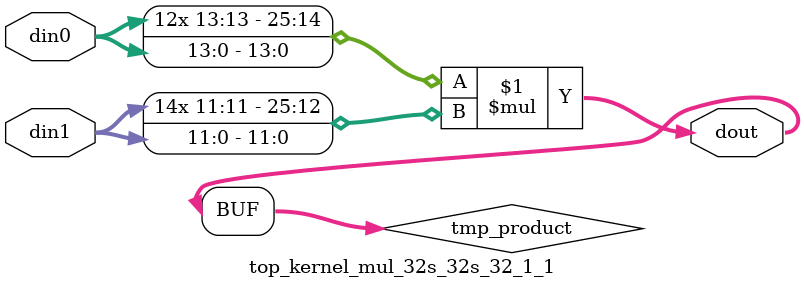
<source format=v>

`timescale 1 ns / 1 ps

 module top_kernel_mul_32s_32s_32_1_1(din0, din1, dout);
parameter ID = 1;
parameter NUM_STAGE = 0;
parameter din0_WIDTH = 14;
parameter din1_WIDTH = 12;
parameter dout_WIDTH = 26;

input [din0_WIDTH - 1 : 0] din0; 
input [din1_WIDTH - 1 : 0] din1; 
output [dout_WIDTH - 1 : 0] dout;

wire signed [dout_WIDTH - 1 : 0] tmp_product;



























assign tmp_product = $signed(din0) * $signed(din1);








assign dout = tmp_product;





















endmodule

</source>
